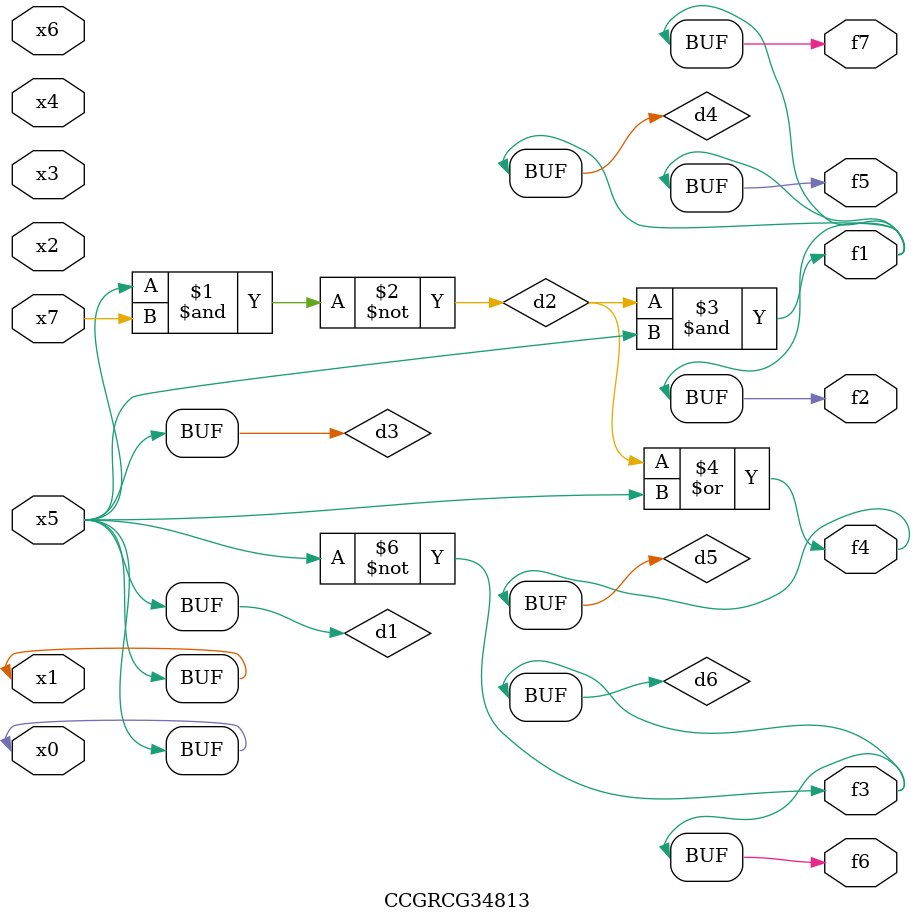
<source format=v>
module CCGRCG34813(
	input x0, x1, x2, x3, x4, x5, x6, x7,
	output f1, f2, f3, f4, f5, f6, f7
);

	wire d1, d2, d3, d4, d5, d6;

	buf (d1, x0, x5);
	nand (d2, x5, x7);
	buf (d3, x0, x1);
	and (d4, d2, d3);
	or (d5, d2, d3);
	nor (d6, d1, d3);
	assign f1 = d4;
	assign f2 = d4;
	assign f3 = d6;
	assign f4 = d5;
	assign f5 = d4;
	assign f6 = d6;
	assign f7 = d4;
endmodule

</source>
